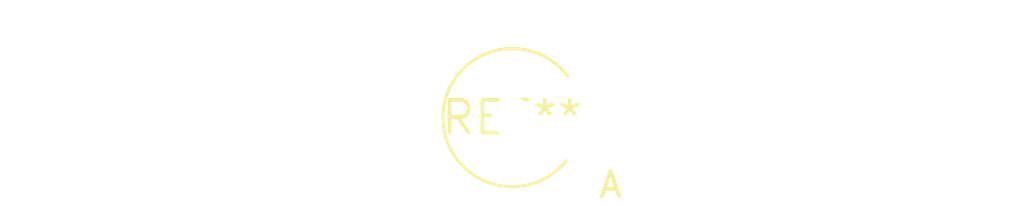
<source format=kicad_pcb>
(kicad_pcb (version 20240108) (generator pcbnew)
  (layers (0 "F.Cu" signal) (31 "B.Cu" signal) (34 "B.Paste" user) (35 "F.Paste" user) (36 "B.SilkS" user "B.Silkscreen") (37 "F.SilkS" user "F.Silkscreen") (38 "B.Mask" user) (39 "F.Mask" user) (44 "Edge.Cuts" user))
  (net 0 "")
  (footprint "D_DO-201AD_P3.81mm_Vertical_AnodeUp" (layer "F.Cu") (at 0 0)
    (property "Reference" "REF**")
    (property "Value" "D_DO-201AD_P3.81mm_Vertical_AnodeUp")
    (fp_arc (start 2.096636 1.675386) (mid -2.683382 -0.047582) (end 2.154716 -1.6) (layer "F.SilkS") (stroke (width 0.12)))
    (fp_text user "A" (at 3.81 2.6 0) (layer "F.SilkS"))
    (pad "1" thru_hole rect (at 0 0) (size 3.2 3.2) (drill 1.6) (layers *.Cu *.Mask) (remove_unused_layers))
    (pad "2" thru_hole oval (at 3.81 0) (size 3.2 3.2) (drill 1.6) (layers *.Cu *.Mask) (remove_unused_layers))
  )
)
</source>
